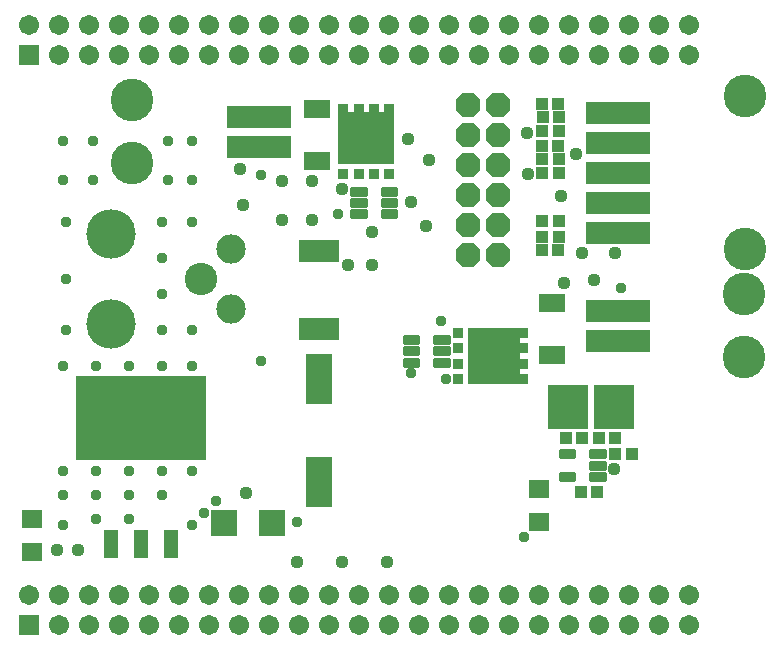
<source format=gbr>
G04 EAGLE Gerber X2 export*
%TF.Part,Single*%
%TF.FileFunction,Soldermask,Top,1*%
%TF.FilePolarity,Negative*%
%TF.GenerationSoftware,Autodesk,EAGLE,9.1.3*%
%TF.CreationDate,2018-10-12T19:53:35Z*%
G75*
%MOMM*%
%FSLAX34Y34*%
%LPD*%
%AMOC8*
5,1,8,0,0,1.08239X$1,22.5*%
G01*
%ADD10R,1.711200X1.711200*%
%ADD11C,1.711200*%
%ADD12R,3.378200X1.981200*%
%ADD13R,2.203200X4.303200*%
%ADD14R,1.803200X1.603200*%
%ADD15R,2.203200X2.203200*%
%ADD16R,11.003200X7.203200*%
%ADD17R,1.273200X2.363200*%
%ADD18C,3.603200*%
%ADD19R,5.533200X1.853200*%
%ADD20R,1.103200X1.003200*%
%ADD21C,0.251459*%
%ADD22R,3.453200X3.803200*%
%ADD23R,0.953200X0.853200*%
%ADD24R,4.503200X4.753200*%
%ADD25R,0.853200X0.853200*%
%ADD26R,2.203200X1.603200*%
%ADD27R,0.853200X0.953200*%
%ADD28R,4.753200X4.503200*%
%ADD29P,2.254402X8X112.500000*%
%ADD30C,2.489200*%
%ADD31C,2.743200*%
%ADD32C,4.191000*%
%ADD33C,1.117600*%
%ADD34C,0.959600*%


D10*
X85090Y504190D03*
D11*
X85090Y529590D03*
X110490Y504190D03*
X110490Y529590D03*
X135890Y504190D03*
X135890Y529590D03*
X161290Y504190D03*
X161290Y529590D03*
X186690Y504190D03*
X186690Y529590D03*
X212090Y504190D03*
X212090Y529590D03*
X237490Y504190D03*
X237490Y529590D03*
X262890Y504190D03*
X262890Y529590D03*
X288290Y504190D03*
X288290Y529590D03*
X313690Y504190D03*
X313690Y529590D03*
X339090Y504190D03*
X339090Y529590D03*
X364490Y504190D03*
X364490Y529590D03*
X389890Y504190D03*
X389890Y529590D03*
X415290Y504190D03*
X415290Y529590D03*
X440690Y504190D03*
X440690Y529590D03*
X466090Y504190D03*
X466090Y529590D03*
X491490Y504190D03*
X491490Y529590D03*
X516890Y504190D03*
X516890Y529590D03*
X542290Y504190D03*
X542290Y529590D03*
X567690Y504190D03*
X567690Y529590D03*
X593090Y504190D03*
X593090Y529590D03*
X618490Y504190D03*
X618490Y529590D03*
X643890Y504190D03*
X643890Y529590D03*
D10*
X85090Y21590D03*
D11*
X85090Y46990D03*
X110490Y21590D03*
X110490Y46990D03*
X135890Y21590D03*
X135890Y46990D03*
X161290Y21590D03*
X161290Y46990D03*
X186690Y21590D03*
X186690Y46990D03*
X212090Y21590D03*
X212090Y46990D03*
X237490Y21590D03*
X237490Y46990D03*
X262890Y21590D03*
X262890Y46990D03*
X288290Y21590D03*
X288290Y46990D03*
X313690Y21590D03*
X313690Y46990D03*
X339090Y21590D03*
X339090Y46990D03*
X364490Y21590D03*
X364490Y46990D03*
X389890Y21590D03*
X389890Y46990D03*
X415290Y21590D03*
X415290Y46990D03*
X440690Y21590D03*
X440690Y46990D03*
X466090Y21590D03*
X466090Y46990D03*
X491490Y21590D03*
X491490Y46990D03*
X516890Y21590D03*
X516890Y46990D03*
X542290Y21590D03*
X542290Y46990D03*
X567690Y21590D03*
X567690Y46990D03*
X593090Y21590D03*
X593090Y46990D03*
X618490Y21590D03*
X618490Y46990D03*
X643890Y21590D03*
X643890Y46990D03*
D12*
X330454Y272288D03*
X330454Y338328D03*
D13*
X330454Y142936D03*
X330454Y229936D03*
D14*
X88138Y83536D03*
X88138Y111536D03*
D15*
X250764Y108458D03*
X290764Y108458D03*
D16*
X180340Y197410D03*
D17*
X205740Y90710D03*
X154940Y90710D03*
X180340Y90710D03*
D18*
X691134Y469676D03*
X691134Y340076D03*
D19*
X584234Y354076D03*
X584234Y379476D03*
X584234Y404876D03*
X584234Y430276D03*
X584234Y455676D03*
D20*
X533796Y364236D03*
X519796Y364236D03*
X533796Y404368D03*
X519796Y404368D03*
X533796Y439928D03*
X519796Y439928D03*
X533796Y350774D03*
X519796Y350774D03*
X533796Y416306D03*
X519796Y416306D03*
X534050Y451866D03*
X520050Y451866D03*
X533542Y463296D03*
X519542Y463296D03*
X533542Y427482D03*
X519542Y427482D03*
X533542Y339344D03*
X519542Y339344D03*
D18*
X690880Y302036D03*
X690880Y248636D03*
D19*
X583980Y262636D03*
X583980Y288036D03*
D21*
X572829Y150660D02*
X560611Y150660D01*
X572829Y150660D02*
X572829Y144792D01*
X560611Y144792D01*
X560611Y150660D01*
X560611Y147181D02*
X572829Y147181D01*
X572829Y149570D02*
X560611Y149570D01*
X560611Y160160D02*
X572829Y160160D01*
X572829Y154292D01*
X560611Y154292D01*
X560611Y160160D01*
X560611Y156681D02*
X572829Y156681D01*
X572829Y159070D02*
X560611Y159070D01*
X560611Y169660D02*
X572829Y169660D01*
X572829Y163792D01*
X560611Y163792D01*
X560611Y169660D01*
X560611Y166181D02*
X572829Y166181D01*
X572829Y168570D02*
X560611Y168570D01*
X546829Y150660D02*
X534611Y150660D01*
X546829Y150660D02*
X546829Y144792D01*
X534611Y144792D01*
X534611Y150660D01*
X534611Y147181D02*
X546829Y147181D01*
X546829Y149570D02*
X534611Y149570D01*
X534611Y169660D02*
X546829Y169660D01*
X546829Y163792D01*
X534611Y163792D01*
X534611Y169660D01*
X534611Y166181D02*
X546829Y166181D01*
X546829Y168570D02*
X534611Y168570D01*
D22*
X541836Y206502D03*
X580336Y206502D03*
D20*
X581548Y180594D03*
X567548Y180594D03*
X553608Y180340D03*
X539608Y180340D03*
X581772Y166624D03*
X595772Y166624D03*
X552562Y134112D03*
X566562Y134112D03*
D23*
X448310Y269124D03*
X448310Y256124D03*
X448310Y243124D03*
X448310Y230124D03*
D24*
X479060Y249624D03*
D25*
X503810Y230124D03*
X503810Y243124D03*
X503810Y256124D03*
X503810Y269124D03*
D26*
X528066Y250542D03*
X528066Y294542D03*
D27*
X351340Y403590D03*
X364340Y403590D03*
X377340Y403590D03*
X390340Y403590D03*
D28*
X370840Y434340D03*
D25*
X390340Y459090D03*
X377340Y459090D03*
X364340Y459090D03*
X351340Y459090D03*
D26*
X328930Y458880D03*
X328930Y414880D03*
D18*
X172720Y412720D03*
X172720Y466120D03*
D19*
X279620Y452120D03*
X279620Y426720D03*
D21*
X384081Y373164D02*
X396299Y373164D01*
X396299Y367296D01*
X384081Y367296D01*
X384081Y373164D01*
X384081Y369685D02*
X396299Y369685D01*
X396299Y372074D02*
X384081Y372074D01*
X384081Y382664D02*
X396299Y382664D01*
X396299Y376796D01*
X384081Y376796D01*
X384081Y382664D01*
X384081Y379185D02*
X396299Y379185D01*
X396299Y381574D02*
X384081Y381574D01*
X384081Y392164D02*
X396299Y392164D01*
X396299Y386296D01*
X384081Y386296D01*
X384081Y392164D01*
X384081Y388685D02*
X396299Y388685D01*
X396299Y391074D02*
X384081Y391074D01*
X370299Y373164D02*
X358081Y373164D01*
X370299Y373164D02*
X370299Y367296D01*
X358081Y367296D01*
X358081Y373164D01*
X358081Y369685D02*
X370299Y369685D01*
X370299Y372074D02*
X358081Y372074D01*
X358081Y392164D02*
X370299Y392164D01*
X370299Y386296D01*
X358081Y386296D01*
X358081Y392164D01*
X358081Y388685D02*
X370299Y388685D01*
X370299Y391074D02*
X358081Y391074D01*
X358081Y382664D02*
X370299Y382664D01*
X370299Y376796D01*
X358081Y376796D01*
X358081Y382664D01*
X358081Y379185D02*
X370299Y379185D01*
X370299Y381574D02*
X358081Y381574D01*
X402531Y260566D02*
X414749Y260566D01*
X402531Y260566D02*
X402531Y266434D01*
X414749Y266434D01*
X414749Y260566D01*
X414749Y262955D02*
X402531Y262955D01*
X402531Y265344D02*
X414749Y265344D01*
X414749Y251066D02*
X402531Y251066D01*
X402531Y256934D01*
X414749Y256934D01*
X414749Y251066D01*
X414749Y253455D02*
X402531Y253455D01*
X402531Y255844D02*
X414749Y255844D01*
X414749Y241566D02*
X402531Y241566D01*
X402531Y247434D01*
X414749Y247434D01*
X414749Y241566D01*
X414749Y243955D02*
X402531Y243955D01*
X402531Y246344D02*
X414749Y246344D01*
X428531Y260566D02*
X440749Y260566D01*
X428531Y260566D02*
X428531Y266434D01*
X440749Y266434D01*
X440749Y260566D01*
X440749Y262955D02*
X428531Y262955D01*
X428531Y265344D02*
X440749Y265344D01*
X440749Y241566D02*
X428531Y241566D01*
X428531Y247434D01*
X440749Y247434D01*
X440749Y241566D01*
X440749Y243955D02*
X428531Y243955D01*
X428531Y246344D02*
X440749Y246344D01*
X440749Y251066D02*
X428531Y251066D01*
X428531Y256934D01*
X440749Y256934D01*
X440749Y251066D01*
X440749Y253455D02*
X428531Y253455D01*
X428531Y255844D02*
X440749Y255844D01*
D29*
X482600Y335280D03*
X457200Y335280D03*
X482600Y360680D03*
X457200Y360680D03*
X482600Y386080D03*
X457200Y386080D03*
X482600Y411480D03*
X457200Y411480D03*
X482600Y436880D03*
X457200Y436880D03*
X482600Y462280D03*
X457200Y462280D03*
D14*
X517280Y109340D03*
X517280Y137340D03*
D30*
X256540Y289560D03*
X256540Y340360D03*
D31*
X231140Y314960D03*
D32*
X154940Y353060D03*
X154940Y276860D03*
D33*
X350520Y391160D03*
X266700Y377190D03*
X299720Y364490D03*
X264160Y407670D03*
X299720Y397510D03*
X325120Y397510D03*
X325120Y364490D03*
X375920Y354330D03*
X375920Y326390D03*
X355600Y326390D03*
X553720Y336550D03*
X581660Y336550D03*
X563880Y313690D03*
X538480Y311150D03*
X408940Y379730D03*
X421640Y359410D03*
X406400Y433070D03*
X424180Y415290D03*
X127000Y85090D03*
X109220Y85090D03*
X269240Y133350D03*
X388620Y74930D03*
X350520Y74930D03*
X312420Y74930D03*
X548640Y420370D03*
X535940Y384810D03*
D34*
X281940Y245110D03*
X281940Y402590D03*
D33*
X506730Y438150D03*
X507750Y403610D03*
D34*
X312420Y109220D03*
X586740Y307340D03*
X114300Y431800D03*
X139700Y431800D03*
X203200Y431800D03*
X223520Y431800D03*
X223520Y398780D03*
X203200Y398780D03*
X139700Y398780D03*
X114300Y398780D03*
X223520Y363220D03*
X198120Y332740D03*
X198120Y363220D03*
X116840Y271780D03*
X198120Y241300D03*
X142240Y241300D03*
X198120Y271780D03*
X223520Y271780D03*
X114300Y132080D03*
X114300Y106680D03*
X142240Y111760D03*
X142240Y132080D03*
X170180Y132080D03*
X170180Y111760D03*
X198120Y132080D03*
X223520Y106680D03*
X116840Y363220D03*
X114300Y241300D03*
X198120Y302260D03*
X170180Y241300D03*
X243840Y127000D03*
X233680Y116840D03*
X114300Y152400D03*
X142240Y152400D03*
X170180Y152400D03*
X198120Y152400D03*
X223520Y152400D03*
X223520Y241300D03*
X116840Y314960D03*
D33*
X580390Y153988D03*
D34*
X504500Y96000D03*
X408940Y234950D03*
X438150Y229870D03*
X434340Y279400D03*
X347262Y370122D03*
M02*

</source>
